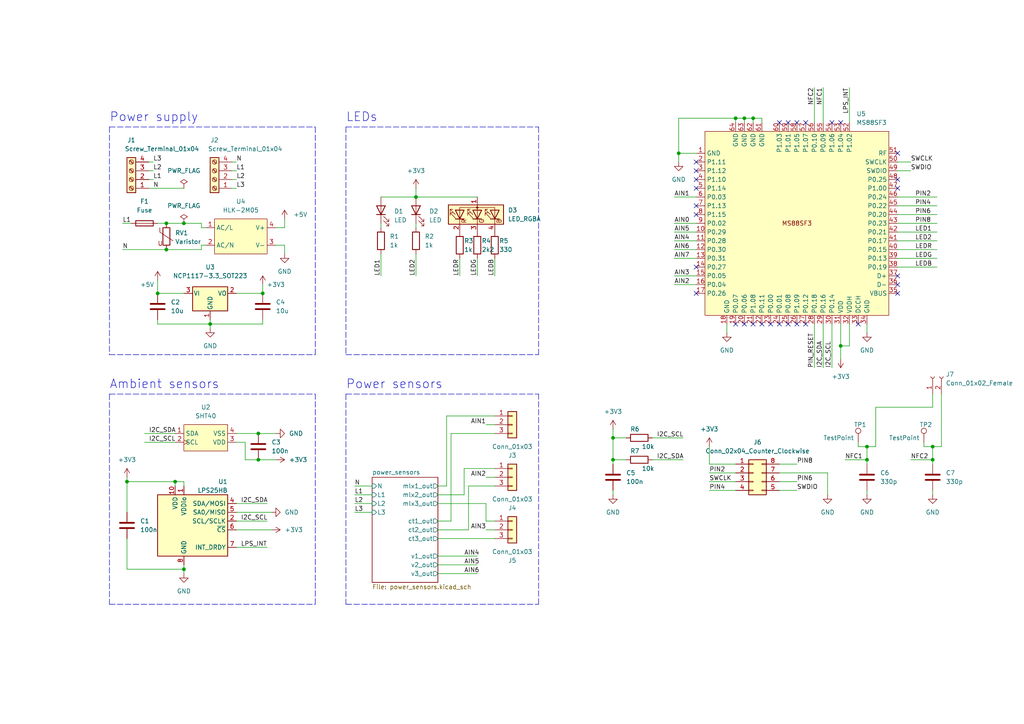
<source format=kicad_sch>
(kicad_sch (version 20211123) (generator eeschema)
  (paper "A4")
  (title_block (title "Power meter TFM") (date "2022-04-22") (rev "0.0") (company "Guillermo González Martín"))
  (lib_symbols
    (symbol "Connector:Conn_01x02_Female" (pin_names (offset 1.016) hide)
      (property "Reference" "J" (at 0 2.54 0))
      (property "Value" "Conn_01x02_Female" (at 0 -5.08 0))
      (symbol "Conn_01x02_Female_1_1"
        (arc (start 0 -2.032) (mid -0.508 -2.54) (end 0 -3.048) (stroke (width 0.1524)))
        (polyline (pts (xy -1.27 -2.54) (xy -0.508 -2.54)) (stroke (width 0.1524)))
        (polyline (pts (xy -1.27 0) (xy -0.508 0)) (stroke (width 0.1524)))
        (arc (start 0 0.508) (mid -0.508 0) (end 0 -0.508) (stroke (width 0.1524)))
        (pin passive line (at -5.08 0 0) (length 3.81) (name "Pin_1") (number "1"))
        (pin passive line (at -5.08 -2.54 0) (length 3.81) (name "Pin_2") (number "2"))
      )
    )
    (symbol "Connector:Screw_Terminal_01x04" (pin_names (offset 1.016) hide)
      (property "Reference" "J" (at 0 5.08 0))
      (property "Value" "Screw_Terminal_01x04" (at 0 -7.62 0))
      (symbol "Screw_Terminal_01x04_1_1"
        (rectangle (start -1.27 3.81) (end 1.27 -6.35) (stroke (width 0.254)) (fill (type background)))
        (circle (center 0 -5.08) (radius 0.635) (stroke (width 0.1524)))
        (circle (center 0 -2.54) (radius 0.635) (stroke (width 0.1524)))
        (polyline (pts (xy -0.5334 -4.7498) (xy 0.3302 -5.588)) (stroke (width 0.1524)))
        (polyline (pts (xy -0.5334 -2.2098) (xy 0.3302 -3.048)) (stroke (width 0.1524)))
        (polyline (pts (xy -0.5334 0.3302) (xy 0.3302 -0.508)) (stroke (width 0.1524)))
        (polyline (pts (xy -0.5334 2.8702) (xy 0.3302 2.032)) (stroke (width 0.1524)))
        (polyline (pts (xy -0.3556 -4.572) (xy 0.508 -5.4102)) (stroke (width 0.1524)))
        (polyline (pts (xy -0.3556 -2.032) (xy 0.508 -2.8702)) (stroke (width 0.1524)))
        (polyline (pts (xy -0.3556 0.508) (xy 0.508 -0.3302)) (stroke (width 0.1524)))
        (polyline (pts (xy -0.3556 3.048) (xy 0.508 2.2098)) (stroke (width 0.1524)))
        (circle (center 0 0) (radius 0.635) (stroke (width 0.1524)))
        (circle (center 0 2.54) (radius 0.635) (stroke (width 0.1524)))
        (pin passive line (at -5.08 2.54 0) (length 3.81) (name "Pin_1") (number "1"))
        (pin passive line (at -5.08 0 0) (length 3.81) (name "Pin_2") (number "2"))
        (pin passive line (at -5.08 -2.54 0) (length 3.81) (name "Pin_3") (number "3"))
        (pin passive line (at -5.08 -5.08 0) (length 3.81) (name "Pin_4") (number "4"))
      )
    )
    (symbol "Connector:TestPoint" (pin_numbers hide) (pin_names (offset 0.762) hide)
      (property "Reference" "TP" (at 0 6.858 0))
      (property "Value" "TestPoint" (at 0 5.08 0))
      (symbol "TestPoint_0_1"
        (circle (center 0 3.302) (radius 0.762))
      )
      (symbol "TestPoint_1_1"
        (pin passive line (at 0 0 90) (length 2.54) (name "1") (number "1"))
      )
    )
    (symbol "Connector_Generic:Conn_01x03" (pin_names (offset 1.016) hide)
      (property "Reference" "J" (at 0 5.08 0))
      (property "Value" "Conn_01x03" (at 0 -5.08 0))
      (symbol "Conn_01x03_1_1"
        (rectangle (start -1.27 -2.413) (end 0 -2.667) (stroke (width 0.1524)))
        (rectangle (start -1.27 0.127) (end 0 -0.127) (stroke (width 0.1524)))
        (rectangle (start -1.27 2.667) (end 0 2.413) (stroke (width 0.1524)))
        (rectangle (start -1.27 3.81) (end 1.27 -3.81) (stroke (width 0.254)) (fill (type background)))
        (pin passive line (at -5.08 2.54 0) (length 3.81) (name "Pin_1") (number "1"))
        (pin passive line (at -5.08 0 0) (length 3.81) (name "Pin_2") (number "2"))
        (pin passive line (at -5.08 -2.54 0) (length 3.81) (name "Pin_3") (number "3"))
      )
    )
    (symbol "Connector_Generic:Conn_02x04_Counter_Clockwise" (pin_names (offset 1.016) hide)
      (property "Reference" "J" (at 1.27 5.08 0))
      (property "Value" "Conn_02x04_Counter_Clockwise" (at 1.27 -7.62 0))
      (symbol "Conn_02x04_Counter_Clockwise_1_1"
        (rectangle (start -1.27 -4.953) (end 0 -5.207) (stroke (width 0.1524)))
        (rectangle (start -1.27 -2.413) (end 0 -2.667) (stroke (width 0.1524)))
        (rectangle (start -1.27 0.127) (end 0 -0.127) (stroke (width 0.1524)))
        (rectangle (start -1.27 2.667) (end 0 2.413) (stroke (width 0.1524)))
        (rectangle (start -1.27 3.81) (end 3.81 -6.35) (stroke (width 0.254)) (fill (type background)))
        (rectangle (start 3.81 -4.953) (end 2.54 -5.207) (stroke (width 0.1524)))
        (rectangle (start 3.81 -2.413) (end 2.54 -2.667) (stroke (width 0.1524)))
        (rectangle (start 3.81 0.127) (end 2.54 -0.127) (stroke (width 0.1524)))
        (rectangle (start 3.81 2.667) (end 2.54 2.413) (stroke (width 0.1524)))
        (pin passive line (at -5.08 2.54 0) (length 3.81) (name "Pin_1") (number "1"))
        (pin passive line (at -5.08 0 0) (length 3.81) (name "Pin_2") (number "2"))
        (pin passive line (at -5.08 -2.54 0) (length 3.81) (name "Pin_3") (number "3"))
        (pin passive line (at -5.08 -5.08 0) (length 3.81) (name "Pin_4") (number "4"))
        (pin passive line (at 7.62 -5.08 180) (length 3.81) (name "Pin_5") (number "5"))
        (pin passive line (at 7.62 -2.54 180) (length 3.81) (name "Pin_6") (number "6"))
        (pin passive line (at 7.62 0 180) (length 3.81) (name "Pin_7") (number "7"))
        (pin passive line (at 7.62 2.54 180) (length 3.81) (name "Pin_8") (number "8"))
      )
    )
    (symbol "Device:C" (pin_numbers hide) (pin_names (offset 0.254))
      (property "Reference" "C" (at 0.635 2.54 0))
      (property "Value" "C" (at 0.635 -2.54 0))
      (symbol "C_0_1"
        (polyline (pts (xy -2.032 -0.762) (xy 2.032 -0.762)) (stroke (width 0.508)))
        (polyline (pts (xy -2.032 0.762) (xy 2.032 0.762)) (stroke (width 0.508)))
      )
      (symbol "C_1_1"
        (pin passive line (at 0 3.81 270) (length 2.794) (name "~") (number "1"))
        (pin passive line (at 0 -3.81 90) (length 2.794) (name "~") (number "2"))
      )
    )
    (symbol "Device:Fuse" (pin_numbers hide) (pin_names (offset 0))
      (property "Reference" "F" (at 2.032 0 90))
      (property "Value" "Fuse" (at -1.905 0 90))
      (symbol "Fuse_0_1"
        (rectangle (start -0.762 -2.54) (end 0.762 2.54) (stroke (width 0.254)))
        (polyline (pts (xy 0 2.54) (xy 0 -2.54)))
      )
      (symbol "Fuse_1_1"
        (pin passive line (at 0 3.81 270) (length 1.27) (name "~") (number "1"))
        (pin passive line (at 0 -3.81 90) (length 1.27) (name "~") (number "2"))
      )
    )
    (symbol "Device:LED" (pin_numbers hide) (pin_names (offset 1.016) hide)
      (property "Reference" "D" (at 0 2.54 0))
      (property "Value" "LED" (at 0 -2.54 0))
      (symbol "LED_0_1"
        (polyline (pts (xy -1.27 -1.27) (xy -1.27 1.27)) (stroke (width 0.254)))
        (polyline (pts (xy -1.27 0) (xy 1.27 0)))
        (polyline (pts (xy 1.27 -1.27) (xy 1.27 1.27) (xy -1.27 0) (xy 1.27 -1.27)) (stroke (width 0.254)))
        (polyline (pts (xy -3.048 -0.762) (xy -4.572 -2.286) (xy -3.81 -2.286) (xy -4.572 -2.286) (xy -4.572 -1.524)))
        (polyline (pts (xy -1.778 -0.762) (xy -3.302 -2.286) (xy -2.54 -2.286) (xy -3.302 -2.286) (xy -3.302 -1.524)))
      )
      (symbol "LED_1_1"
        (pin passive line (at -3.81 0 0) (length 2.54) (name "K") (number "1"))
        (pin passive line (at 3.81 0 180) (length 2.54) (name "A") (number "2"))
      )
    )
    (symbol "Device:R" (pin_numbers hide) (pin_names (offset 0))
      (property "Reference" "R" (at 2.032 0 90))
      (property "Value" "R" (at 0 0 90))
      (symbol "R_0_1"
        (rectangle (start -1.016 -2.54) (end 1.016 2.54) (stroke (width 0.254)))
      )
      (symbol "R_1_1"
        (pin passive line (at 0 3.81 270) (length 1.27) (name "~") (number "1"))
        (pin passive line (at 0 -3.81 90) (length 1.27) (name "~") (number "2"))
      )
    )
    (symbol "Device:Varistor" (pin_numbers hide) (pin_names (offset 0))
      (property "Reference" "RV" (at 3.175 0 90))
      (property "Value" "Varistor" (at -3.175 0 90))
      (symbol "Varistor_0_0"
        (text "U" (at -1.778 -2.032 0) (effects (font (size 1.27 1.27))))
      )
      (symbol "Varistor_0_1"
        (rectangle (start -1.016 -2.54) (end 1.016 2.54) (stroke (width 0.254)))
        (polyline (pts (xy -1.905 2.54) (xy -1.905 1.27) (xy 1.905 -1.27)))
      )
      (symbol "Varistor_1_1"
        (pin passive line (at 0 3.81 270) (length 1.27) (name "~") (number "1"))
        (pin passive line (at 0 -3.81 90) (length 1.27) (name "~") (number "2"))
      )
    )
    (symbol "Regulator_Linear:NCP1117-3.3_SOT223" (pin_names (offset 0.254))
      (property "Reference" "U" (at -3.81 3.175 0))
      (property "Value" "NCP1117-3.3_SOT223" (at 0 3.175 0))
      (symbol "NCP1117-3.3_SOT223_0_1"
        (rectangle (start -5.08 -5.08) (end 5.08 1.905) (stroke (width 0.254)) (fill (type background)))
      )
      (symbol "NCP1117-3.3_SOT223_1_1"
        (pin power_in line (at 0 -7.62 90) (length 2.54) (name "GND") (number "1"))
        (pin power_out line (at 7.62 0 180) (length 2.54) (name "VO") (number "2"))
        (pin power_in line (at -7.62 0 0) (length 2.54) (name "VI") (number "3"))
      )
    )
    (symbol "Sensor_Pressure:LPS25HB"
      (property "Reference" "U" (at -10.16 8.89 0))
      (property "Value" "LPS25HB" (at 10.16 8.89 0))
      (symbol "LPS25HB_0_1"
        (rectangle (start -10.16 7.62) (end 10.16 -10.16) (stroke (width 0.254)) (fill (type background)))
      )
      (symbol "LPS25HB_1_1"
        (pin power_in line (at -2.54 10.16 270) (length 2.54) (name "VDDio") (number "1"))
        (pin power_in line (at -5.08 10.16 270) (length 2.54) (name "VDD") (number "10"))
        (pin input line (at 12.7 0 180) (length 2.54) (name "SCL/SCLK") (number "2"))
        (pin passive line (at -2.54 -12.7 90) (length 2.54) hide (name "GND") (number "3"))
        (pin bidirectional line (at 12.7 5.08 180) (length 2.54) (name "SDA/MOSI") (number "4"))
        (pin bidirectional line (at 12.7 2.54 180) (length 2.54) (name "SA0/MISO") (number "5"))
        (pin input line (at 12.7 -2.54 180) (length 2.54) (name "~{CS}") (number "6"))
        (pin output line (at 12.7 -7.62 180) (length 2.54) (name "INT_DRDY") (number "7"))
        (pin power_in line (at -2.54 -12.7 90) (length 2.54) (name "GND") (number "8"))
        (pin passive line (at -2.54 -12.7 90) (length 2.54) hide (name "GND") (number "9"))
      )
    )
    (symbol "guille_3rdparty:LED_RGBA" (pin_names (offset 0) hide)
      (property "Reference" "D3" (at 8.89 1.2701 90))
      (property "Value" "LED_RGBA" (at 8.89 -1.2699 90))
      (symbol "LED_RGBA_0_0"
        (text "B" (at -1.905 -6.35 0) (effects (font (size 1.27 1.27))))
        (text "G" (at -1.905 -1.27 0) (effects (font (size 1.27 1.27))))
        (text "R" (at -1.905 3.81 0) (effects (font (size 1.27 1.27))))
      )
      (symbol "LED_RGBA_0_1"
        (polyline (pts (xy -1.27 -5.08) (xy -2.54 -5.08)))
        (polyline (pts (xy -1.27 -5.08) (xy 1.27 -5.08)))
        (polyline (pts (xy -1.27 -3.81) (xy -1.27 -6.35)) (stroke (width 0.254)))
        (polyline (pts (xy -1.27 0) (xy -2.54 0)))
        (polyline (pts (xy -1.27 1.27) (xy -1.27 -1.27)) (stroke (width 0.254)))
        (polyline (pts (xy -1.27 5.08) (xy -2.54 5.08)))
        (polyline (pts (xy -1.27 5.08) (xy 1.27 5.08)))
        (polyline (pts (xy -1.27 6.35) (xy -1.27 3.81)) (stroke (width 0.254)))
        (polyline (pts (xy 1.27 0) (xy -1.27 0)))
        (polyline (pts (xy 1.27 0) (xy 2.54 0)))
        (polyline (pts (xy -1.27 1.27) (xy -1.27 -1.27) (xy -1.27 -1.27)))
        (polyline (pts (xy -1.27 6.35) (xy -1.27 3.81) (xy -1.27 3.81)))
        (polyline (pts (xy 1.27 -5.08) (xy 2.032 -5.08) (xy 2.032 5.08) (xy 1.27 5.08)))
        (polyline (pts (xy 1.27 -3.81) (xy 1.27 -6.35) (xy -1.27 -5.08) (xy 1.27 -3.81)) (stroke (width 0.254)))
        (polyline (pts (xy 1.27 1.27) (xy 1.27 -1.27) (xy -1.27 0) (xy 1.27 1.27)) (stroke (width 0.254)))
        (polyline (pts (xy 1.27 6.35) (xy 1.27 3.81) (xy -1.27 5.08) (xy 1.27 6.35)) (stroke (width 0.254)))
        (polyline (pts (xy -1.016 -3.81) (xy 0.508 -2.286) (xy -0.254 -2.286) (xy 0.508 -2.286) (xy 0.508 -3.048)))
        (polyline (pts (xy -1.016 1.27) (xy 0.508 2.794) (xy -0.254 2.794) (xy 0.508 2.794) (xy 0.508 2.032)))
        (polyline (pts (xy -1.016 6.35) (xy 0.508 7.874) (xy -0.254 7.874) (xy 0.508 7.874) (xy 0.508 7.112)))
        (polyline (pts (xy 0 -3.81) (xy 1.524 -2.286) (xy 0.762 -2.286) (xy 1.524 -2.286) (xy 1.524 -3.048)))
        (polyline (pts (xy 0 1.27) (xy 1.524 2.794) (xy 0.762 2.794) (xy 1.524 2.794) (xy 1.524 2.032)))
        (polyline (pts (xy 0 6.35) (xy 1.524 7.874) (xy 0.762 7.874) (xy 1.524 7.874) (xy 1.524 7.112)))
        (rectangle (start 1.27 -1.27) (end 1.27 1.27))
        (rectangle (start 1.27 1.27) (end 1.27 1.27))
        (rectangle (start 1.27 3.81) (end 1.27 6.35))
        (rectangle (start 1.27 6.35) (end 1.27 6.35))
        (circle (center 2.032 0) (radius 0.254) (fill (type outline)))
        (rectangle (start 2.794 8.382) (end -2.794 -7.62) (stroke (width 0.254)) (fill (type background)))
      )
      (symbol "LED_RGBA_1_1"
        (pin passive line (at 5.08 0 180) (length 2.54) (name "A") (number "1"))
        (pin passive line (at -5.08 5.08 0) (length 2.54) (name "RK") (number "2"))
        (pin passive line (at -5.08 0 0) (length 2.54) (name "GK") (number "3"))
        (pin passive line (at -5.08 -5.08 0) (length 2.54) (name "BK") (number "4"))
      )
    )
    (symbol "guille_library:HLK-2M05"
      (property "Reference" "U" (at 0 8.89 0))
      (property "Value" "HLK-2M05" (at 0 6.35 0))
      (symbol "HLK-2M05_0_1"
        (rectangle (start -7.62 5.08) (end 7.62 -5.08) (fill (type background)))
      )
      (symbol "HLK-2M05_1_1"
        (pin power_in line (at -10.16 2.54 0) (length 2.54) (name "AC/L") (number "1"))
        (pin power_in line (at -10.16 -2.54 0) (length 2.54) (name "AC/N") (number "2"))
        (pin power_out line (at 10.16 -2.54 180) (length 2.54) (name "V-") (number "3"))
        (pin power_out line (at 10.16 2.54 180) (length 2.54) (name "V+") (number "4"))
      )
    )
    (symbol "guille_library:MS88SF3"
      (property "Reference" "U" (at -2.54 6.35 0))
      (property "Value" "MS88SF3" (at 1.27 2.54 0))
      (symbol "MS88SF3_0_0"
        (text "MS88SF3" (at 26.67 -26.67 0) (effects (font (size 1.27 1.27))))
      )
      (symbol "MS88SF3_0_1"
        (rectangle (start 0 0) (end 53.34 -53.34) (fill (type background)))
      )
      (symbol "MS88SF3_1_1"
        (pin power_in line (at -2.54 -6.35 0) (length 2.54) (name "GND") (number "1"))
        (pin bidirectional line (at -2.54 -29.21 0) (length 2.54) (name "P0.29") (number "10"))
        (pin bidirectional line (at -2.54 -31.75 0) (length 2.54) (name "P0.28") (number "11"))
        (pin bidirectional line (at -2.54 -34.29 0) (length 2.54) (name "P0.30") (number "12"))
        (pin bidirectional line (at -2.54 -36.83 0) (length 2.54) (name "P0.31") (number "13"))
        (pin bidirectional line (at -2.54 -39.37 0) (length 2.54) (name "P0.27") (number "14"))
        (pin bidirectional line (at -2.54 -41.91 0) (length 2.54) (name "P0.05") (number "15"))
        (pin bidirectional line (at -2.54 -44.45 0) (length 2.54) (name "P0.04") (number "16"))
        (pin bidirectional line (at -2.54 -46.99 0) (length 2.54) (name "P0.26") (number "17"))
        (pin power_in line (at 6.35 -55.88 90) (length 2.54) (name "GND") (number "18"))
        (pin bidirectional line (at 8.89 -55.88 90) (length 2.54) (name "P0.07") (number "19"))
        (pin bidirectional line (at -2.54 -8.89 0) (length 2.54) (name "P1.11") (number "2"))
        (pin bidirectional line (at 11.43 -55.88 90) (length 2.54) (name "P0.06") (number "20"))
        (pin bidirectional line (at 13.97 -55.88 90) (length 2.54) (name "P1.08") (number "21"))
        (pin bidirectional line (at 16.51 -55.88 90) (length 2.54) (name "P0.11") (number "22"))
        (pin bidirectional line (at 19.05 -55.88 90) (length 2.54) (name "P0.00") (number "23"))
        (pin bidirectional line (at 21.59 -55.88 90) (length 2.54) (name "P0.01") (number "24"))
        (pin bidirectional line (at 24.13 -55.88 90) (length 2.54) (name "P0.08") (number "25"))
        (pin bidirectional line (at 26.67 -55.88 90) (length 2.54) (name "P1.09") (number "26"))
        (pin bidirectional line (at 29.21 -55.88 90) (length 2.54) (name "P0.12") (number "27"))
        (pin bidirectional line (at 31.75 -55.88 90) (length 2.54) (name "P0.18") (number "28"))
        (pin bidirectional line (at 34.29 -55.88 90) (length 2.54) (name "P0.16") (number "29"))
        (pin bidirectional line (at -2.54 -11.43 0) (length 2.54) (name "P1.12") (number "3"))
        (pin bidirectional line (at 36.83 -55.88 90) (length 2.54) (name "P0.14") (number "30"))
        (pin power_in line (at 39.37 -55.88 90) (length 2.54) (name "VDD") (number "31"))
        (pin power_in line (at 41.91 -55.88 90) (length 2.54) (name "VDDH") (number "32"))
        (pin passive line (at 44.45 -55.88 90) (length 2.54) (name "DCCH") (number "33"))
        (pin power_in line (at 46.99 -55.88 90) (length 2.54) (name "GND") (number "34"))
        (pin power_in line (at 55.88 -46.99 180) (length 2.54) (name "VBUS") (number "35"))
        (pin bidirectional line (at 55.88 -44.45 180) (length 2.54) (name "D-") (number "36"))
        (pin bidirectional line (at 55.88 -41.91 180) (length 2.54) (name "D+") (number "37"))
        (pin bidirectional line (at 55.88 -39.37 180) (length 2.54) (name "P0.19") (number "38"))
        (pin bidirectional line (at 55.88 -36.83 180) (length 2.54) (name "P0.13") (number "39"))
        (pin bidirectional line (at -2.54 -13.97 0) (length 2.54) (name "P1.10") (number "4"))
        (pin bidirectional line (at 55.88 -34.29 180) (length 2.54) (name "P0.15") (number "40"))
        (pin bidirectional line (at 55.88 -31.75 180) (length 2.54) (name "P0.17") (number "41"))
        (pin bidirectional line (at 55.88 -29.21 180) (length 2.54) (name "P0.21") (number "42"))
        (pin bidirectional line (at 55.88 -26.67 180) (length 2.54) (name "P0.23") (number "43"))
        (pin bidirectional line (at 55.88 -24.13 180) (length 2.54) (name "P0.20") (number "44"))
        (pin bidirectional line (at 55.88 -21.59 180) (length 2.54) (name "P0.22") (number "45"))
        (pin bidirectional line (at 55.88 -19.05 180) (length 2.54) (name "P0.24") (number "46"))
        (pin bidirectional line (at 55.88 -16.51 180) (length 2.54) (name "P1.00") (number "47"))
        (pin bidirectional line (at 55.88 -13.97 180) (length 2.54) (name "P0.25") (number "48"))
        (pin bidirectional line (at 55.88 -11.43 180) (length 2.54) (name "SWDIO") (number "49"))
        (pin bidirectional line (at -2.54 -16.51 0) (length 2.54) (name "P1.14") (number "5"))
        (pin bidirectional line (at 55.88 -8.89 180) (length 2.54) (name "SWCLK") (number "50"))
        (pin passive line (at 55.88 -6.35 180) (length 2.54) (name "RF") (number "51"))
        (pin bidirectional line (at 41.91 2.54 270) (length 2.54) (name "P1.02") (number "52"))
        (pin bidirectional line (at 39.37 2.54 270) (length 2.54) (name "P1.04") (number "53"))
        (pin bidirectional line (at 36.83 2.54 270) (length 2.54) (name "P1.06") (number "54"))
        (pin bidirectional line (at 34.29 2.54 270) (length 2.54) (name "P0.09") (number "55"))
        (pin bidirectional line (at 31.75 2.54 270) (length 2.54) (name "P0.10") (number "56"))
        (pin bidirectional line (at 29.21 2.54 270) (length 2.54) (name "P1.07") (number "57"))
        (pin bidirectional line (at 26.67 2.54 270) (length 2.54) (name "P1.05") (number "58"))
        (pin bidirectional line (at 24.13 2.54 270) (length 2.54) (name "P1.01") (number "59"))
        (pin bidirectional line (at -2.54 -19.05 0) (length 2.54) (name "P0.03") (number "6"))
        (pin bidirectional line (at 21.59 2.54 270) (length 2.54) (name "P1.03") (number "60"))
        (pin power_in line (at 16.51 2.54 270) (length 2.54) (name "GND") (number "61"))
        (pin power_in line (at 13.97 2.54 270) (length 2.54) (name "GND") (number "62"))
        (pin power_in line (at 11.43 2.54 270) (length 2.54) (name "GND") (number "63"))
        (pin power_in line (at 8.89 2.54 270) (length 2.54) (name "GND") (number "64"))
        (pin bidirectional line (at -2.54 -21.59 0) (length 2.54) (name "P1.13") (number "7"))
        (pin bidirectional line (at -2.54 -24.13 0) (length 2.54) (name "P1.15") (number "8"))
        (pin bidirectional line (at -2.54 -26.67 0) (length 2.54) (name "P0.02") (number "9"))
      )
    )
    (symbol "guille_library:SHT40"
      (property "Reference" "U" (at 0 7.62 0))
      (property "Value" "SHT40" (at 0 5.08 0))
      (symbol "SHT40_0_1"
        (rectangle (start -6.35 3.81) (end 6.35 -3.81) (fill (type background)))
      )
      (symbol "SHT40_1_1"
        (pin bidirectional line (at -8.89 1.27 0) (length 2.54) (name "SDA") (number "1"))
        (pin input clock (at -8.89 -1.27 0) (length 2.54) (name "SCL") (number "2"))
        (pin power_in line (at 8.89 -1.27 180) (length 2.54) (name "VDD") (number "3"))
        (pin power_in line (at 8.89 1.27 180) (length 2.54) (name "VSS") (number "4"))
      )
    )
    (symbol "power:+3V3" (power) (pin_names (offset 0))
      (property "Value" "+3V3" (at 0 3.556 0))
      (symbol "+3V3_0_1"
        (polyline (pts (xy -0.762 1.27) (xy 0 2.54)))
        (polyline (pts (xy 0 0) (xy 0 2.54)))
        (polyline (pts (xy 0 2.54) (xy 0.762 1.27)))
      )
      (symbol "+3V3_1_1"
        (pin power_in line (at 0 0 90) (length 0) hide (name "+3V3") (number "1"))
      )
    )
    (symbol "power:+5V" (power) (pin_names (offset 0))
      (property "Value" "+5V" (at 0 3.556 0))
      (symbol "+5V_0_1"
        (polyline (pts (xy -0.762 1.27) (xy 0 2.54)))
        (polyline (pts (xy 0 0) (xy 0 2.54)))
        (polyline (pts (xy 0 2.54) (xy 0.762 1.27)))
      )
      (symbol "+5V_1_1"
        (pin power_in line (at 0 0 90) (length 0) hide (name "+5V") (number "1"))
      )
    )
    (symbol "power:GND" (power) (pin_names (offset 0))
      (property "Value" "GND" (at 0 -3.81 0))
      (symbol "GND_0_1"
        (polyline (pts (xy 0 0) (xy 0 -1.27) (xy 1.27 -1.27) (xy 0 -2.54) (xy -1.27 -1.27) (xy 0 -1.27)))
      )
      (symbol "GND_1_1"
        (pin power_in line (at 0 0 270) (length 0) hide (name "GND") (number "1"))
      )
    )
    (symbol "power:PWR_FLAG" (power) (pin_numbers hide) (pin_names (offset 0) hide)
      (property "Value" "PWR_FLAG" (at 0 3.81 0))
      (symbol "PWR_FLAG_0_0"
        (pin power_out line (at 0 0 90) (length 0) (name "pwr") (number "1"))
      )
      (symbol "PWR_FLAG_0_1"
        (polyline (pts (xy 0 0) (xy 0 1.27) (xy -1.016 1.905) (xy 0 2.54) (xy 1.016 1.905) (xy 0 1.27)))
      )
    )
  )
  (junction (at 76.2 85.09))
  (junction (at 53.34 165.1))
  (junction (at 48.26 64.77))
  (junction (at 251.46 129.54))
  (junction (at 270.51 129.54))
  (junction (at 196.85 44.45))
  (junction (at 177.8 127))
  (junction (at 270.51 133.35))
  (junction (at 45.72 85.09))
  (junction (at 215.9 34.29))
  (junction (at 74.93 133.35))
  (junction (at 218.44 34.29))
  (junction (at 50.8 139.7))
  (junction (at 53.34 64.77))
  (junction (at 251.46 133.35))
  (junction (at 36.83 139.7))
  (junction (at 213.36 34.29))
  (junction (at 74.93 125.73))
  (junction (at 177.8 133.35))
  (junction (at 243.84 100.33))
  (junction (at 48.26 72.39))
  (junction (at 60.96 93.98))
  (junction (at 120.65 57.15))
  (no_connect (at 201.93 62.23))
  (no_connect (at 201.93 54.61))
  (no_connect (at 226.06 93.98))
  (no_connect (at 243.84 35.56))
  (no_connect (at 260.35 85.09))
  (no_connect (at 220.98 93.98))
  (no_connect (at 260.35 44.45))
  (no_connect (at 201.93 77.47))
  (no_connect (at 233.68 35.56))
  (no_connect (at 260.35 80.01))
  (no_connect (at 201.93 49.53))
  (no_connect (at 241.3 35.56))
  (no_connect (at 201.93 59.69))
  (no_connect (at 223.52 93.98))
  (no_connect (at 260.35 82.55))
  (no_connect (at 260.35 54.61))
  (no_connect (at 233.68 93.98))
  (no_connect (at 201.93 85.09))
  (no_connect (at 215.9 93.98))
  (no_connect (at 260.35 52.07))
  (no_connect (at 248.92 93.98))
  (no_connect (at 213.36 93.98))
  (no_connect (at 201.93 46.99))
  (no_connect (at 218.44 93.98))
  (no_connect (at 231.14 35.56))
  (no_connect (at 228.6 35.56))
  (no_connect (at 231.14 93.98))
  (no_connect (at 226.06 35.56))
  (no_connect (at 228.6 93.98))
  (no_connect (at 201.93 52.07))
  (wire (pts (xy 127 140.97) (xy 129.54 140.97)))
  (wire (pts (xy 240.03 137.16) (xy 240.03 143.51)))
  (wire (pts (xy 143.51 123.19) (xy 140.97 123.19)))
  (wire (pts (xy 58.42 71.12) (xy 58.42 72.39)))
  (wire (pts (xy 71.12 133.35) (xy 74.93 133.35)))
  (wire (pts (xy 205.74 129.54) (xy 205.74 134.62)))
  (wire (pts (xy 68.58 148.59) (xy 78.74 148.59)))
  (wire (pts (xy 76.2 93.98) (xy 76.2 92.71)))
  (polyline (pts (xy 91.44 175.26) (xy 91.44 114.3)))
  (wire (pts (xy 58.42 66.04) (xy 59.69 66.04)))
  (wire (pts (xy 236.22 25.4) (xy 236.22 35.56)))
  (wire (pts (xy 245.11 133.35) (xy 251.46 133.35)))
  (polyline (pts (xy 31.75 36.83) (xy 91.44 36.83)))
  (polyline (pts (xy 31.75 102.87) (xy 91.44 102.87)))
  (wire (pts (xy 177.8 142.24) (xy 177.8 143.51)))
  (wire (pts (xy 213.36 34.29) (xy 215.9 34.29)))
  (wire (pts (xy 36.83 165.1) (xy 53.34 165.1)))
  (polyline (pts (xy 156.21 102.87) (xy 156.21 54.61)))
  (wire (pts (xy 220.98 34.29) (xy 220.98 35.56)))
  (wire (pts (xy 127 156.21) (xy 143.51 156.21)))
  (wire (pts (xy 251.46 133.35) (xy 251.46 134.62)))
  (wire (pts (xy 68.58 128.27) (xy 71.12 128.27)))
  (wire (pts (xy 260.35 69.85) (xy 271.78 69.85)))
  (wire (pts (xy 238.76 93.98) (xy 238.76 106.68)))
  (wire (pts (xy 260.35 74.93) (xy 271.78 74.93)))
  (wire (pts (xy 196.85 44.45) (xy 196.85 46.99)))
  (wire (pts (xy 215.9 34.29) (xy 215.9 35.56)))
  (wire (pts (xy 102.87 143.51) (xy 107.95 143.51)))
  (wire (pts (xy 43.18 46.99) (xy 44.45 46.99)))
  (wire (pts (xy 177.8 124.46) (xy 177.8 127)))
  (wire (pts (xy 110.49 73.66) (xy 110.49 80.01)))
  (wire (pts (xy 177.8 133.35) (xy 181.61 133.35)))
  (wire (pts (xy 67.31 49.53) (xy 68.58 49.53)))
  (wire (pts (xy 143.51 138.43) (xy 140.97 138.43)))
  (wire (pts (xy 41.91 125.73) (xy 50.8 125.73)))
  (wire (pts (xy 270.51 118.11) (xy 270.51 114.3)))
  (wire (pts (xy 213.36 34.29) (xy 213.36 35.56)))
  (wire (pts (xy 143.51 151.13) (xy 140.97 151.13)))
  (wire (pts (xy 35.56 64.77) (xy 38.1 64.77)))
  (wire (pts (xy 246.38 100.33) (xy 246.38 93.98)))
  (polyline (pts (xy 156.21 175.26) (xy 156.21 114.3)))
  (wire (pts (xy 210.82 93.98) (xy 210.82 96.52)))
  (wire (pts (xy 195.58 69.85) (xy 201.93 69.85)))
  (wire (pts (xy 68.58 125.73) (xy 74.93 125.73)))
  (wire (pts (xy 110.49 64.77) (xy 110.49 66.04)))
  (wire (pts (xy 48.26 72.39) (xy 58.42 72.39)))
  (wire (pts (xy 260.35 72.39) (xy 271.78 72.39)))
  (wire (pts (xy 82.55 66.04) (xy 82.55 63.5)))
  (wire (pts (xy 189.23 127) (xy 198.12 127)))
  (wire (pts (xy 260.35 59.69) (xy 271.78 59.69)))
  (wire (pts (xy 134.62 143.51) (xy 134.62 135.89)))
  (wire (pts (xy 196.85 34.29) (xy 213.36 34.29)))
  (wire (pts (xy 68.58 151.13) (xy 77.47 151.13)))
  (wire (pts (xy 267.97 128.27) (xy 267.97 129.54)))
  (wire (pts (xy 251.46 129.54) (xy 254 129.54)))
  (wire (pts (xy 48.26 64.77) (xy 53.34 64.77)))
  (wire (pts (xy 50.8 139.7) (xy 50.8 140.97)))
  (wire (pts (xy 127 166.37) (xy 138.43 166.37)))
  (wire (pts (xy 67.31 52.07) (xy 68.58 52.07)))
  (wire (pts (xy 76.2 82.55) (xy 76.2 85.09)))
  (wire (pts (xy 45.72 93.98) (xy 60.96 93.98)))
  (wire (pts (xy 110.49 57.15) (xy 120.65 57.15)))
  (wire (pts (xy 264.16 133.35) (xy 270.51 133.35)))
  (wire (pts (xy 60.96 93.98) (xy 60.96 95.25)))
  (wire (pts (xy 243.84 100.33) (xy 243.84 104.14)))
  (wire (pts (xy 127 163.83) (xy 138.43 163.83)))
  (polyline (pts (xy 100.33 36.83) (xy 156.21 36.83)))
  (wire (pts (xy 120.65 64.77) (xy 120.65 66.04)))
  (wire (pts (xy 120.65 73.66) (xy 120.65 80.01)))
  (wire (pts (xy 45.72 81.28) (xy 45.72 85.09)))
  (wire (pts (xy 195.58 82.55) (xy 201.93 82.55)))
  (polyline (pts (xy 100.33 114.3) (xy 100.33 175.26)))
  (wire (pts (xy 195.58 80.01) (xy 201.93 80.01)))
  (wire (pts (xy 270.51 133.35) (xy 270.51 134.62)))
  (wire (pts (xy 80.01 66.04) (xy 82.55 66.04)))
  (polyline (pts (xy 31.75 114.3) (xy 31.75 175.26)))
  (wire (pts (xy 130.81 151.13) (xy 130.81 125.73)))
  (wire (pts (xy 205.74 137.16) (xy 213.36 137.16)))
  (wire (pts (xy 215.9 34.29) (xy 218.44 34.29)))
  (wire (pts (xy 43.18 49.53) (xy 44.45 49.53)))
  (wire (pts (xy 260.35 62.23) (xy 271.78 62.23)))
  (wire (pts (xy 68.58 85.09) (xy 76.2 85.09)))
  (wire (pts (xy 36.83 156.21) (xy 36.83 165.1)))
  (wire (pts (xy 129.54 140.97) (xy 129.54 120.65)))
  (wire (pts (xy 201.93 44.45) (xy 196.85 44.45)))
  (wire (pts (xy 74.93 125.73) (xy 80.01 125.73)))
  (polyline (pts (xy 31.75 36.83) (xy 31.75 54.61)))
  (wire (pts (xy 67.31 54.61) (xy 68.58 54.61)))
  (wire (pts (xy 254 129.54) (xy 254 118.11)))
  (wire (pts (xy 196.85 44.45) (xy 196.85 34.29)))
  (wire (pts (xy 251.46 129.54) (xy 251.46 133.35)))
  (wire (pts (xy 67.31 46.99) (xy 68.58 46.99)))
  (polyline (pts (xy 31.75 54.61) (xy 31.75 102.87)))
  (wire (pts (xy 177.8 127) (xy 181.61 127)))
  (wire (pts (xy 248.92 128.27) (xy 248.92 129.54)))
  (wire (pts (xy 260.35 49.53) (xy 264.16 49.53)))
  (wire (pts (xy 226.06 142.24) (xy 231.14 142.24)))
  (wire (pts (xy 135.89 153.67) (xy 135.89 140.97)))
  (wire (pts (xy 102.87 146.05) (xy 107.95 146.05)))
  (wire (pts (xy 260.35 64.77) (xy 271.78 64.77)))
  (wire (pts (xy 195.58 57.15) (xy 201.93 57.15)))
  (wire (pts (xy 267.97 129.54) (xy 270.51 129.54)))
  (polyline (pts (xy 156.21 36.83) (xy 156.21 54.61)))
  (wire (pts (xy 60.96 93.98) (xy 76.2 93.98)))
  (wire (pts (xy 127 161.29) (xy 138.43 161.29)))
  (wire (pts (xy 53.34 64.77) (xy 58.42 64.77)))
  (wire (pts (xy 50.8 139.7) (xy 53.34 139.7)))
  (wire (pts (xy 134.62 135.89) (xy 143.51 135.89)))
  (wire (pts (xy 251.46 142.24) (xy 251.46 143.51)))
  (wire (pts (xy 243.84 100.33) (xy 246.38 100.33)))
  (wire (pts (xy 205.74 134.62) (xy 213.36 134.62)))
  (wire (pts (xy 135.89 140.97) (xy 143.51 140.97)))
  (wire (pts (xy 58.42 64.77) (xy 58.42 66.04)))
  (wire (pts (xy 102.87 148.59) (xy 107.95 148.59)))
  (wire (pts (xy 36.83 138.43) (xy 36.83 139.7)))
  (wire (pts (xy 205.74 142.24) (xy 213.36 142.24)))
  (polyline (pts (xy 100.33 114.3) (xy 156.21 114.3)))
  (wire (pts (xy 260.35 57.15) (xy 271.78 57.15)))
  (wire (pts (xy 59.69 71.12) (xy 58.42 71.12)))
  (wire (pts (xy 226.06 139.7) (xy 231.14 139.7)))
  (wire (pts (xy 248.92 129.54) (xy 251.46 129.54)))
  (wire (pts (xy 140.97 146.05) (xy 140.97 151.13)))
  (wire (pts (xy 195.58 64.77) (xy 201.93 64.77)))
  (wire (pts (xy 127 143.51) (xy 134.62 143.51)))
  (wire (pts (xy 53.34 166.37) (xy 53.34 165.1)))
  (wire (pts (xy 127 146.05) (xy 140.97 146.05)))
  (wire (pts (xy 41.91 128.27) (xy 50.8 128.27)))
  (wire (pts (xy 177.8 133.35) (xy 177.8 134.62)))
  (wire (pts (xy 127 151.13) (xy 130.81 151.13)))
  (wire (pts (xy 273.05 114.3) (xy 273.05 129.54)))
  (wire (pts (xy 74.93 133.35) (xy 80.01 133.35)))
  (wire (pts (xy 260.35 46.99) (xy 264.16 46.99)))
  (wire (pts (xy 143.51 153.67) (xy 140.97 153.67)))
  (polyline (pts (xy 91.44 102.87) (xy 91.44 54.61)))
  (wire (pts (xy 138.43 74.93) (xy 138.43 80.01)))
  (wire (pts (xy 130.81 125.73) (xy 143.51 125.73)))
  (wire (pts (xy 45.72 85.09) (xy 53.34 85.09)))
  (polyline (pts (xy 100.33 102.87) (xy 156.21 102.87)))
  (wire (pts (xy 120.65 57.15) (xy 138.43 57.15)))
  (wire (pts (xy 226.06 134.62) (xy 231.14 134.62)))
  (wire (pts (xy 189.23 133.35) (xy 198.12 133.35)))
  (wire (pts (xy 102.87 140.97) (xy 107.95 140.97)))
  (wire (pts (xy 53.34 139.7) (xy 53.34 140.97)))
  (wire (pts (xy 53.34 163.83) (xy 53.34 165.1)))
  (wire (pts (xy 195.58 67.31) (xy 201.93 67.31)))
  (wire (pts (xy 68.58 153.67) (xy 78.74 153.67)))
  (wire (pts (xy 120.65 54.61) (xy 120.65 57.15)))
  (wire (pts (xy 270.51 129.54) (xy 270.51 133.35)))
  (wire (pts (xy 238.76 25.4) (xy 238.76 35.56)))
  (wire (pts (xy 218.44 34.29) (xy 218.44 35.56)))
  (wire (pts (xy 45.72 93.98) (xy 45.72 92.71)))
  (wire (pts (xy 270.51 129.54) (xy 273.05 129.54)))
  (wire (pts (xy 80.01 71.12) (xy 82.55 71.12)))
  (wire (pts (xy 68.58 158.75) (xy 77.47 158.75)))
  (wire (pts (xy 241.3 93.98) (xy 241.3 106.68)))
  (wire (pts (xy 226.06 137.16) (xy 240.03 137.16)))
  (polyline (pts (xy 31.75 175.26) (xy 91.44 175.26)))
  (wire (pts (xy 236.22 93.98) (xy 236.22 106.68)))
  (wire (pts (xy 143.51 74.93) (xy 143.51 80.01)))
  (wire (pts (xy 205.74 139.7) (xy 213.36 139.7)))
  (wire (pts (xy 35.56 72.39) (xy 48.26 72.39)))
  (wire (pts (xy 195.58 74.93) (xy 201.93 74.93)))
  (wire (pts (xy 36.83 139.7) (xy 50.8 139.7)))
  (wire (pts (xy 36.83 139.7) (xy 36.83 148.59)))
  (wire (pts (xy 43.18 54.61) (xy 53.34 54.61)))
  (wire (pts (xy 270.51 142.24) (xy 270.51 143.51)))
  (polyline (pts (xy 100.33 36.83) (xy 100.33 102.87)))
  (wire (pts (xy 71.12 128.27) (xy 71.12 133.35)))
  (polyline (pts (xy 31.75 114.3) (xy 91.44 114.3)))
  (wire (pts (xy 195.58 72.39) (xy 201.93 72.39)))
  (wire (pts (xy 218.44 34.29) (xy 220.98 34.29)))
  (polyline (pts (xy 100.33 175.26) (xy 156.21 175.26)))
  (wire (pts (xy 68.58 146.05) (xy 77.47 146.05)))
  (polyline (pts (xy 91.44 36.83) (xy 91.44 54.61)))
  (wire (pts (xy 251.46 93.98) (xy 251.46 96.52)))
  (wire (pts (xy 260.35 67.31) (xy 271.78 67.31)))
  (wire (pts (xy 177.8 127) (xy 177.8 133.35)))
  (wire (pts (xy 45.72 64.77) (xy 48.26 64.77)))
  (wire (pts (xy 60.96 93.98) (xy 60.96 92.71)))
  (wire (pts (xy 133.35 74.93) (xy 133.35 80.01)))
  (wire (pts (xy 82.55 71.12) (xy 82.55 73.66)))
  (wire (pts (xy 127 153.67) (xy 135.89 153.67)))
  (wire (pts (xy 246.38 25.4) (xy 246.38 35.56)))
  (wire (pts (xy 129.54 120.65) (xy 143.51 120.65)))
  (wire (pts (xy 254 118.11) (xy 270.51 118.11)))
  (wire (pts (xy 243.84 93.98) (xy 243.84 100.33)))
  (wire (pts (xy 43.18 52.07) (xy 44.45 52.07)))
  (wire (pts (xy 260.35 77.47) (xy 271.78 77.47)))
  (text "Power supply" (at 31.75 35.56 0) (effects (font (size 2.56 2.56)) (justify left bottom)))
  (text "Power sensors" (at 100.33 113.03 0) (effects (font (size 2.56 2.56)) (justify left bottom)))
  (text "Ambient sensors" (at 31.75 113.03 0) (effects (font (size 2.56 2.56)) (justify left bottom)))
  (text "LEDs" (at 100.33 35.56 0) (effects (font (size 2.56 2.56)) (justify left bottom)))
  (label "PIN6" (at 265.43 62.23 0))
  (label "PIN8" (at 231.14 134.62 0))
  (label "PIN4" (at 205.74 142.24 0))
  (label "AIN1" (at 140.97 123.19 180))
  (label "I2C_SCL" (at 69.85 151.13 0))
  (label "PIN_RESET" (at 236.22 106.68 90))
  (label "AIN5" (at 195.58 67.31 0))
  (label "NFC2" (at 264.16 133.35 0))
  (label "AIN2" (at 140.97 138.43 180))
  (label "SWDIO" (at 264.16 49.53 0))
  (label "I2C_SDA" (at 190.5 133.35 0))
  (label "PIN6" (at 231.14 139.7 0))
  (label "AIN4" (at 195.58 69.85 0))
  (label "AIN3" (at 195.58 80.01 0))
  (label "AIN0" (at 195.58 64.77 0))
  (label "LEDR" (at 133.35 80.01 90))
  (label "L1" (at 44.45 52.07 0))
  (label "LEDB" (at 265.43 77.47 0))
  (label "LEDG" (at 265.43 74.93 0))
  (label "SWDIO" (at 231.14 142.24 0))
  (label "LED2" (at 120.65 80.01 90))
  (label "L3" (at 102.87 148.59 0))
  (label "LEDB" (at 143.51 80.01 90))
  (label "PIN4" (at 265.43 59.69 0))
  (label "AIN4" (at 134.62 161.29 0))
  (label "LEDR" (at 265.43 72.39 0))
  (label "AIN7" (at 195.58 74.93 0))
  (label "AIN1" (at 195.58 57.15 0))
  (label "L1" (at 102.87 143.51 0))
  (label "I2C_SDA" (at 69.85 146.05 0))
  (label "L2" (at 102.87 146.05 0))
  (label "L3" (at 44.45 46.99 0))
  (label "I2C_SDA" (at 238.76 106.68 90))
  (label "I2C_SCL" (at 241.3 106.68 90))
  (label "LPS_INT" (at 69.85 158.75 0))
  (label "LED2" (at 265.43 69.85 0))
  (label "AIN6" (at 195.58 72.39 0))
  (label "SWCLK" (at 264.16 46.99 0))
  (label "AIN6" (at 134.62 166.37 0))
  (label "AIN2" (at 195.58 82.55 0))
  (label "AIN5" (at 134.62 163.83 0))
  (label "N" (at 44.45 54.61 0))
  (label "I2C_SCL" (at 43.18 128.27 0))
  (label "L3" (at 68.58 54.61 0))
  (label "PIN8" (at 265.43 64.77 0))
  (label "LED1" (at 110.49 80.01 90))
  (label "L2" (at 68.58 52.07 0))
  (label "L1" (at 68.58 49.53 0))
  (label "NFC1" (at 245.11 133.35 0))
  (label "PIN2" (at 205.74 137.16 0))
  (label "L2" (at 44.45 49.53 0))
  (label "SWCLK" (at 205.74 139.7 0))
  (label "N" (at 35.56 72.39 0))
  (label "NFC1" (at 238.76 30.48 90))
  (label "I2C_SDA" (at 43.18 125.73 0))
  (label "N" (at 102.87 140.97 0))
  (label "LPS_INT" (at 246.38 33.02 90))
  (label "LEDG" (at 138.43 80.01 90))
  (label "AIN3" (at 140.97 153.67 180))
  (label "N" (at 68.58 46.99 0))
  (label "L1" (at 35.56 64.77 0))
  (label "LED1" (at 265.43 67.31 0))
  (label "I2C_SCL" (at 190.5 127 0))
  (label "PIN2" (at 265.43 57.15 0))
  (label "NFC2" (at 236.22 30.48 90))
  (symbol (lib_id "power:+5V") (at 45.72 81.28 0) (unit 1)
    (property "Reference" "#PWR02" (effects hide))
    (property "Value" "+5V" (at 40.64 82.55 0) (effects (justify left)))
  )
  (symbol (lib_id "Connector:TestPoint") (at 248.92 128.27 0) (unit 1)
    (property "Reference" "TP1" (at 247.65 123.19 0) (effects (justify left)))
    (property "Value" "TestPoint" (at 238.76 127 0) (effects (justify left)))
    (property "Footprint" "TestPoint:TestPoint_Pad_D1.5mm" (effects hide))
  )
  (symbol (lib_id "Device:C") (at 270.51 138.43 0) (unit 1)
    (property "Reference" "C7" (at 274.32 137.1599 0) (effects (justify left)))
    (property "Value" "330p" (at 274.32 139.6999 0) (effects (justify left)))
    (property "Footprint" "Capacitor_SMD:C_0402_1005Metric" (effects hide))
  )
  (symbol (lib_id "Device:LED") (at 110.49 60.96 90) (unit 1)
    (property "Reference" "D1" (at 114.3 61.2774 90) (effects (justify right)))
    (property "Value" "LED" (at 114.3 63.8174 90) (effects (justify right)))
    (property "Footprint" "LED_SMD:LED_0402_1005Metric" (effects hide))
  )
  (symbol (lib_id "power:+3V3") (at 80.01 133.35 270) (unit 1)
    (property "Reference" "#PWR09" (effects hide))
    (property "Value" "+3V3" (at 83.82 133.3499 90) (effects (justify left)))
  )
  (symbol (lib_id "Device:C") (at 45.72 88.9 0) (unit 1)
    (property "Reference" "C2" (at 49.53 87.6299 0) (effects (justify left)))
    (property "Value" "10u" (at 49.53 90.1699 0) (effects (justify left)))
    (property "Footprint" "Capacitor_SMD:C_0402_1005Metric" (effects hide))
  )
  (symbol (lib_id "Device:C") (at 251.46 138.43 0) (unit 1)
    (property "Reference" "C6" (at 255.27 137.1599 0) (effects (justify left)))
    (property "Value" "330p" (at 255.27 139.6999 0) (effects (justify left)))
    (property "Footprint" "Capacitor_SMD:C_0402_1005Metric" (effects hide))
  )
  (symbol (lib_id "power:GND") (at 196.85 46.99 0) (unit 1)
    (property "Reference" "#PWR015" (effects hide))
    (property "Value" "GND" (at 196.85 52.07 0))
  )
  (symbol (lib_id "power:+3V3") (at 205.74 129.54 0) (unit 1)
    (property "Reference" "#PWR016" (effects hide))
    (property "Value" "+3V3" (at 205.74 124.46 0))
  )
  (symbol (lib_id "power:GND") (at 251.46 143.51 0) (unit 1)
    (property "Reference" "#PWR021" (effects hide))
    (property "Value" "GND" (at 251.46 148.59 0))
  )
  (symbol (lib_id "guille_library:SHT40") (at 59.69 127 0) (unit 1)
    (property "Reference" "U2" (at 59.69 118.11 0))
    (property "Value" "SHT40" (at 59.69 120.65 0))
    (property "Footprint" "guille_3rdparty:SHT40" (effects hide))
  )
  (symbol (lib_id "power:GND") (at 78.74 148.59 90) (unit 1)
    (property "Reference" "#PWR06" (effects hide))
    (property "Value" "GND" (at 82.55 148.5899 90) (effects (justify right)))
  )
  (symbol (lib_id "power:GND") (at 240.03 143.51 0) (unit 1)
    (property "Reference" "#PWR018" (effects hide))
    (property "Value" "GND" (at 240.03 148.59 0))
  )
  (symbol (lib_id "power:GND") (at 53.34 166.37 0) (unit 1)
    (property "Reference" "#PWR03" (effects hide))
    (property "Value" "GND" (at 53.34 171.45 0))
  )
  (symbol (lib_id "power:PWR_FLAG") (at 53.34 54.61 0) (unit 1)
    (property "Reference" "#FLG01" (effects hide))
    (property "Value" "PWR_FLAG" (at 53.34 49.53 0))
  )
  (symbol (lib_id "Connector_Generic:Conn_01x03") (at 148.59 123.19 0) (unit 1)
    (property "Reference" "J3" (at 148.59 132.08 0))
    (property "Value" "Conn_01x03" (at 148.59 129.54 0))
    (property "Footprint" "Connector_PinHeader_2.54mm:PinHeader_1x03_P2.54mm_Vertical" (effects hide))
  )
  (symbol (lib_id "Sensor_Pressure:LPS25HB") (at 55.88 151.13 0) (unit 1)
    (property "Reference" "U1" (at 66.04 139.7 0) (effects (justify right)))
    (property "Value" "LPS25HB" (at 66.04 142.24 0) (effects (justify right)))
    (property "Footprint" "Package_LGA:ST_HLGA-10_2.5x2.5mm_P0.6mm_LayoutBorder3x2y" (effects hide))
    (property "Datasheet" "www.st.com/resource/en/datasheet/lps25hb.pdf" (effects hide))
  )
  (symbol (lib_id "power:PWR_FLAG") (at 53.34 64.77 0) (unit 1)
    (property "Reference" "#FLG02" (effects hide))
    (property "Value" "PWR_FLAG" (at 53.34 59.69 0))
  )
  (symbol (lib_id "Device:LED") (at 120.65 60.96 90) (unit 1)
    (property "Reference" "D2" (at 124.46 61.2774 90) (effects (justify right)))
    (property "Value" "LED" (at 124.46 63.8174 90) (effects (justify right)))
    (property "Footprint" "LED_SMD:LED_0402_1005Metric" (effects hide))
  )
  (symbol (lib_id "Device:R") (at 133.35 71.12 0) (unit 1)
    (property "Reference" "R3" (at 134.62 69.85 0) (effects (justify left)))
    (property "Value" "1k" (at 134.62 72.39 0) (effects (justify left)))
    (property "Footprint" "Resistor_SMD:R_0402_1005Metric" (effects hide))
  )
  (symbol (lib_id "Connector:Conn_01x02_Female") (at 270.51 109.22 90) (unit 1)
    (property "Reference" "J7" (at 274.32 108.5849 90) (effects (justify right)))
    (property "Value" "Conn_01x02_Female" (at 274.32 111.1249 90) (effects (justify right)))
    (property "Footprint" "Connector_PinHeader_2.54mm:PinHeader_1x02_P2.54mm_Vertical" (effects hide))
  )
  (symbol (lib_id "power:GND") (at 251.46 96.52 0) (unit 1)
    (property "Reference" "#PWR020" (effects hide))
    (property "Value" "GND" (at 251.46 101.6 0))
  )
  (symbol (lib_id "Device:R") (at 138.43 71.12 0) (unit 1)
    (property "Reference" "R4" (at 139.7 69.85 0) (effects (justify left)))
    (property "Value" "2k2" (at 139.7 72.39 0) (effects (justify left)))
    (property "Footprint" "Resistor_SMD:R_0402_1005Metric" (effects hide))
  )
  (symbol (lib_id "power:GND") (at 210.82 96.52 0) (unit 1)
    (property "Reference" "#PWR017" (effects hide))
    (property "Value" "GND" (at 210.82 101.6 0))
  )
  (symbol (lib_id "Device:R") (at 110.49 69.85 0) (unit 1)
    (property "Reference" "R1" (at 113.03 68.5799 0) (effects (justify left)))
    (property "Value" "1k" (at 113.03 71.1199 0) (effects (justify left)))
    (property "Footprint" "Resistor_SMD:R_0402_1005Metric" (effects hide))
  )
  (symbol (lib_id "power:GND") (at 80.01 125.73 90) (unit 1)
    (property "Reference" "#PWR08" (effects hide))
    (property "Value" "GND" (at 83.82 125.7299 90) (effects (justify right)))
  )
  (symbol (lib_id "power:+3V3") (at 177.8 124.46 0) (unit 1)
    (property "Reference" "#PWR013" (effects hide))
    (property "Value" "+3V3" (at 177.8 119.38 0))
  )
  (symbol (lib_id "power:+5V") (at 82.55 63.5 0) (unit 1)
    (property "Reference" "#PWR010" (effects hide))
    (property "Value" "+5V" (at 85.09 62.2299 0) (effects (justify left)))
  )
  (symbol (lib_id "Device:C") (at 76.2 88.9 0) (unit 1)
    (property "Reference" "C4" (at 80.01 87.6299 0) (effects (justify left)))
    (property "Value" "10u" (at 80.01 90.1699 0) (effects (justify left)))
    (property "Footprint" "Capacitor_SMD:C_0402_1005Metric" (effects hide))
  )
  (symbol (lib_id "Device:R") (at 143.51 71.12 0) (unit 1)
    (property "Reference" "R5" (at 144.78 69.85 0) (effects (justify left)))
    (property "Value" "330" (at 144.78 72.39 0) (effects (justify left)))
    (property "Footprint" "Resistor_SMD:R_0402_1005Metric" (effects hide))
  )
  (symbol (lib_id "power:GND") (at 270.51 143.51 0) (unit 1)
    (property "Reference" "#PWR022" (effects hide))
    (property "Value" "GND" (at 270.51 148.59 0))
  )
  (symbol (lib_id "Regulator_Linear:NCP1117-3.3_SOT223") (at 60.96 85.09 0) (unit 1)
    (property "Reference" "U3" (at 60.96 77.47 0))
    (property "Value" "NCP1117-3.3_SOT223" (at 60.96 80.01 0))
    (property "Footprint" "Package_TO_SOT_SMD:SOT-223-3_TabPin2" (effects hide))
    (property "Datasheet" "http://www.onsemi.com/pub_link/Collateral/NCP1117-D.PDF" (effects hide))
  )
  (symbol (lib_id "guille_3rdparty:LED_RGBA") (at 138.43 62.23 90) (unit 1)
    (property "Reference" "D3" (at 147.32 60.9599 90) (effects (justify right)))
    (property "Value" "LED_RGBA" (at 147.32 63.4999 90) (effects (justify right)))
    (property "Footprint" "guille_3rdparty:APHF1608LSEEQBDZGKC" (effects hide))
  )
  (symbol (lib_id "Connector:Screw_Terminal_01x04") (at 38.1 52.07 180) (unit 1)
    (property "Reference" "J1" (at 38.1 40.64 0))
    (property "Value" "Screw_Terminal_01x04" (at 46.99 43.18 0))
    (property "Footprint" "guille_3rdparty:TerminalBlock_Altech_AK300-4_P5.00mm" (effects hide))
  )
  (symbol (lib_id "Device:Fuse") (at 41.91 64.77 90) (unit 1)
    (property "Reference" "F1" (at 41.91 58.42 90))
    (property "Value" "Fuse" (at 41.91 60.96 90))
    (property "Footprint" "Fuse:Fuse_2512_6332Metric" (effects hide))
  )
  (symbol (lib_id "Connector:TestPoint") (at 267.97 128.27 0) (unit 1)
    (property "Reference" "TP2" (at 266.7 123.19 0) (effects (justify left)))
    (property "Value" "TestPoint" (at 257.81 127 0) (effects (justify left)))
    (property "Footprint" "TestPoint:TestPoint_Pad_D1.5mm" (effects hide))
  )
  (symbol (lib_id "Device:R") (at 120.65 69.85 0) (unit 1)
    (property "Reference" "R2" (at 123.19 68.5799 0) (effects (justify left)))
    (property "Value" "1k" (at 123.19 71.1199 0) (effects (justify left)))
    (property "Footprint" "Resistor_SMD:R_0402_1005Metric" (effects hide))
  )
  (symbol (lib_id "power:+3V3") (at 78.74 153.67 270) (unit 1)
    (property "Reference" "#PWR07" (effects hide))
    (property "Value" "+3V3" (at 82.55 153.6699 90) (effects (justify left)))
  )
  (symbol (lib_id "power:+3V3") (at 120.65 54.61 0) (unit 1)
    (property "Reference" "#PWR012" (effects hide))
    (property "Value" "+3V3" (at 120.65 49.53 0))
  )
  (symbol (lib_id "Connector_Generic:Conn_01x03") (at 148.59 153.67 0) (unit 1)
    (property "Reference" "J5" (at 148.59 162.56 0))
    (property "Value" "Conn_01x03" (at 148.59 160.02 0))
    (property "Footprint" "Connector_PinHeader_2.54mm:PinHeader_1x03_P2.54mm_Vertical" (effects hide))
  )
  (symbol (lib_id "Connector_Generic:Conn_02x04_Counter_Clockwise") (at 218.44 137.16 0) (unit 1)
    (property "Reference" "J6" (at 219.71 128.27 0))
    (property "Value" "Conn_02x04_Counter_Clockwise" (at 219.71 130.81 0))
    (property "Footprint" "Connector_PinSocket_1.27mm:PinSocket_2x04_P1.27mm_Vertical_SMD" (effects hide))
  )
  (symbol (lib_id "power:+3V3") (at 243.84 104.14 180) (unit 1)
    (property "Reference" "#PWR019" (effects hide))
    (property "Value" "+3V3" (at 243.84 109.22 0))
  )
  (symbol (lib_id "Device:R") (at 185.42 133.35 90) (unit 1)
    (property "Reference" "R7" (at 184.15 130.81 90))
    (property "Value" "10k" (at 187.96 135.89 90))
    (property "Footprint" "Resistor_SMD:R_0402_1005Metric" (effects hide))
  )
  (symbol (lib_id "power:GND") (at 82.55 73.66 0) (unit 1)
    (property "Reference" "#PWR011" (effects hide))
    (property "Value" "GND" (at 82.55 78.74 0))
  )
  (symbol (lib_id "guille_library:HLK-2M05") (at 69.85 68.58 0) (unit 1)
    (property "Reference" "U4" (at 69.85 58.42 0))
    (property "Value" "HLK-2M05" (at 69.85 60.96 0))
    (property "Footprint" "guille_library:HLK-2M05" (effects hide))
  )
  (symbol (lib_id "power:+3V3") (at 36.83 138.43 0) (unit 1)
    (property "Reference" "#PWR01" (effects hide))
    (property "Value" "+3V3" (at 36.83 133.35 0))
  )
  (symbol (lib_id "Device:C") (at 36.83 152.4 0) (unit 1)
    (property "Reference" "C1" (at 40.64 151.1299 0) (effects (justify left)))
    (property "Value" "100n" (at 40.64 153.6699 0) (effects (justify left)))
    (property "Footprint" "Capacitor_SMD:C_0402_1005Metric" (effects hide))
  )
  (symbol (lib_id "power:GND") (at 60.96 95.25 0) (unit 1)
    (property "Reference" "#PWR04" (effects hide))
    (property "Value" "GND" (at 60.96 100.33 0))
  )
  (symbol (lib_id "Device:C") (at 177.8 138.43 0) (unit 1)
    (property "Reference" "C5" (at 181.61 137.1599 0) (effects (justify left)))
    (property "Value" "100n" (at 181.61 139.6999 0) (effects (justify left)))
    (property "Footprint" "Capacitor_SMD:C_0402_1005Metric" (effects hide))
  )
  (symbol (lib_id "Device:R") (at 185.42 127 90) (unit 1)
    (property "Reference" "R6" (at 184.15 124.46 90))
    (property "Value" "10k" (at 187.96 129.54 90))
    (property "Footprint" "Resistor_SMD:R_0402_1005Metric" (effects hide))
  )
  (symbol (lib_id "Connector_Generic:Conn_01x03") (at 148.59 138.43 0) (unit 1)
    (property "Reference" "J4" (at 148.59 147.32 0))
    (property "Value" "Conn_01x03" (at 148.59 144.78 0))
    (property "Footprint" "Connector_PinHeader_2.54mm:PinHeader_1x03_P2.54mm_Vertical" (effects hide))
  )
  (symbol (lib_id "Device:C") (at 74.93 129.54 0) (unit 1)
    (property "Reference" "C3" (at 78.74 128.2699 0) (effects (justify left)))
    (property "Value" "100n" (at 78.74 130.8099 0) (effects (justify left)))
    (property "Footprint" "Capacitor_SMD:C_0402_1005Metric" (effects hide))
  )
  (symbol (lib_id "Connector:Screw_Terminal_01x04") (at 62.23 52.07 180) (unit 1)
    (property "Reference" "J2" (at 62.23 40.64 0))
    (property "Value" "Screw_Terminal_01x04" (at 71.12 43.18 0))
    (property "Footprint" "guille_3rdparty:TerminalBlock_Altech_AK300-4_P5.00mm" (effects hide))
  )
  (symbol (lib_id "power:+3V3") (at 76.2 82.55 0) (unit 1)
    (property "Reference" "#PWR05" (effects hide))
    (property "Value" "+3V3" (at 80.01 82.55 0))
  )
  (symbol (lib_id "guille_library:MS88SF3") (at 204.47 38.1 0) (unit 1)
    (property "Reference" "U5" (at 248.3994 33.02 0) (effects (justify left)))
    (property "Value" "MS88SF3" (at 248.3994 35.56 0) (effects (justify left)))
    (property "Footprint" "guille_library:MS88SF3" (effects hide))
  )
  (symbol (lib_id "power:GND") (at 177.8 143.51 0) (unit 1)
    (property "Reference" "#PWR014" (effects hide))
    (property "Value" "GND" (at 177.8 148.59 0))
  )
  (symbol (lib_id "Device:Varistor") (at 48.26 68.58 0) (unit 1)
    (property "Reference" "RV1" (at 50.8 67.5631 0) (effects (justify left)))
    (property "Value" "Varistor" (at 50.8 70.1031 0) (effects (justify left)))
    (property "Footprint" "Varistor:RV_Disc_D12mm_W3.9mm_P7.5mm" (effects hide))
  )
  (sheet (at 107.95 138.43) (size 19.05 30.48) (stroke (width 0.1524))
    (property "Sheet name" "power_sensors" (at 107.95 137.7184 0) (effects (justify left bottom)))
    (property "Sheet file" "power_sensors.kicad_sch" (at 107.95 169.4946 0) (effects (justify left top)))
    (pin "mlx2_out" output (at 127 143.51 0))
    (pin "mlx3_out" output (at 127 146.05 0))
    (pin "mlx1_out" output (at 127 140.97 0))
    (pin "v1_out" output (at 127 161.29 0))
    (pin "v2_out" output (at 127 163.83 0))
    (pin "ct3_out" output (at 127 156.21 0))
    (pin "v3_out" output (at 127 166.37 0))
    (pin "ct2_out" output (at 127 153.67 0))
    (pin "ct1_out" output (at 127 151.13 0))
    (pin "N" input (at 107.95 140.97 180))
    (pin "L1" input (at 107.95 143.51 180))
    (pin "L3" input (at 107.95 148.59 180))
    (pin "L2" input (at 107.95 146.05 180))
  )
)
</source>
